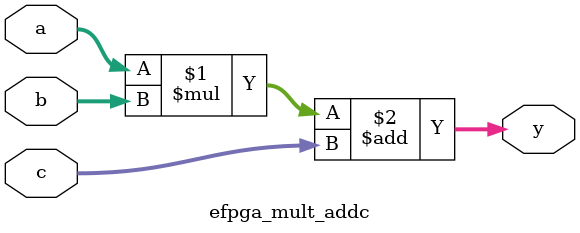
<source format=v>

`ifdef BLACKBOX_MACROS
(* blackbox *)
`else
`endif
(* extract_order=8 *)
module efpga_adder
  # (
     parameter INPUT_WIDTH = 18,
     parameter OUTPUT_WIDTH = 40
     )
   (
    input [(INPUT_WIDTH-1):0] 	a,
    input [(INPUT_WIDTH-1):0] 	b,
    output [(OUTPUT_WIDTH-1):0] y
    );

   /* verilator lint_off WIDTH */
   assign y = a + b;
   /* verilator lint_on WIDTH */

endmodule

`ifdef BLACKBOX_MACROS
(* blackbox *)
`else
`endif
(* extract_order=7 *)
module efpga_adder_regi
  # (
     parameter INPUT_WIDTH = 18,
     parameter OUTPUT_WIDTH = 40
     )
   (
    input 			clk,
    input 			resetn,
    input [(INPUT_WIDTH-1):0] 	a,
    input [(INPUT_WIDTH-1):0] 	b,
    output [(OUTPUT_WIDTH-1):0] y
    );

   reg [(INPUT_WIDTH-1):0] 	a_reg;
   reg [(INPUT_WIDTH-1):0] 	b_reg;

   always @(posedge clk or negedge resetn) begin
      if (~resetn) begin
	 a_reg <= 'h0;
	 b_reg <= 'h0;
      end
      else begin
	 a_reg <= a;
	 b_reg <= b;
      end
   end // always @ (posedge clk or negedge resetn)

   /* verilator lint_off WIDTH */
   assign y = a_reg + b_reg;
   /* verilator lint_on WIDTH */

endmodule

`ifdef BLACKBOX_MACROS
(* blackbox *)
`else
`endif
(* extract_order=7 *)
module efpga_adder_rego
  # (
     parameter INPUT_WIDTH = 18,
     parameter OUTPUT_WIDTH = 40
     )
   (
    input 			clk,
    input 			resetn,
    input [(INPUT_WIDTH-1):0] 	a,
    input [(INPUT_WIDTH-1):0] 	b,
    output reg [(OUTPUT_WIDTH-1):0] y
    );

   always @(posedge clk or negedge resetn) begin
      if (~resetn) begin
	 y <= 'h0;
      end
      else begin
	 /* verilator lint_off WIDTH */
	 y <= a + b;
	 /* verilator lint_on WIDTH */
      end
   end

endmodule

`ifdef BLACKBOX_MACROS
(* blackbox *)
`else
`endif
(* extract_order=6 *)
module efpga_adder_regio
  # (
     parameter INPUT_WIDTH = 18,
     parameter OUTPUT_WIDTH = 40
     )
   (
    input 			clk,
    input 			resetn,
    input [(INPUT_WIDTH-1):0] 	a,
    input [(INPUT_WIDTH-1):0] 	b,
    output reg [(OUTPUT_WIDTH-1):0] y
    );

   reg [(INPUT_WIDTH-1):0] 	a_reg;
   reg [(INPUT_WIDTH-1):0] 	b_reg;

   always @(posedge clk or negedge resetn) begin
      if (~resetn) begin
	 a_reg <= 'h0;
	 b_reg <= 'h0;
      end
      else begin
	 a_reg <= a;
	 b_reg <= b;
      end
   end // always @ (posedge clk or negedge resetn)

   always @(posedge clk or negedge resetn) begin
      if (~resetn) begin
	 y <= 'h0;
      end
      else begin
	 /* verilator lint_off WIDTH */
	 y <= a_reg + b_reg;
	 /* verilator lint_on WIDTH */
      end
   end

endmodule

`ifdef BLACKBOX_MACROS
(* blackbox *)
`else
`endif
(* extract_order=5 *)
module efpga_acc_regi
  # (
     parameter INPUT_WIDTH = 18,
     parameter OUTPUT_WIDTH = 40
     )
   (
    input 			clk,
    input 			resetn,
    input [(INPUT_WIDTH-1):0] 	a,
    output reg [(OUTPUT_WIDTH-1):0] y
    );

   reg [(INPUT_WIDTH-1):0] 	a_reg;

   always @(posedge clk or negedge resetn) begin
      if (~resetn) begin
	 a_reg <= 'h0;
      end
      else begin
	 a_reg <= a;
      end
   end // always @ (posedge clk or negedge resetn)

   always @(posedge clk or negedge resetn) begin
      if (~resetn) begin
	 y <= 'h0;
      end
      else begin
	 /* verilator lint_off WIDTH */
	 y <= y + a_reg;
	 /* verilator lint_on WIDTH */
      end
   end

endmodule

`ifdef BLACKBOX_MACROS
(* blackbox *)
`else
`endif
(* extract_order=5 *)
module efpga_acc
  # (
     parameter INPUT_WIDTH = 18,
     parameter OUTPUT_WIDTH = 40
     )
   (
    input 			    clk,
    input 			    resetn,
    input [(INPUT_WIDTH-1):0] 	    a,
    output reg [(OUTPUT_WIDTH-1):0] y
    );

   always @(posedge clk or negedge resetn) begin
      if (~resetn) begin
	 y <= 'h0;
      end
      else begin
	 /* verilator lint_off WIDTH */
	 y <= y + a;
	 /* verilator lint_on WIDTH */
      end
   end

endmodule

`ifdef BLACKBOX_MACROS
(* blackbox *)
`else
`endif
(* extract_order=5 *)
module efpga_mult
  # (
     parameter INPUT_WIDTH = 18,
     parameter OUTPUT_WIDTH = 36
     )
   (
    input [(INPUT_WIDTH-1):0] 	a,
    input [(INPUT_WIDTH-1):0] 	b,
    output [(OUTPUT_WIDTH-1):0] y
    );

   assign y = a * b;

endmodule

`ifdef BLACKBOX_MACROS
(* blackbox *)
`else
`endif
(* extract_order=4 *)
module efpga_mult_regi
  # (
     parameter INPUT_WIDTH = 18,
     parameter OUTPUT_WIDTH = 36
     )
   (
    input 			clk,
    input 			resetn,
    input [(INPUT_WIDTH-1):0] 	a,
    input [(INPUT_WIDTH-1):0] 	b,
    output [(OUTPUT_WIDTH-1):0] y
    );

   reg [(INPUT_WIDTH-1):0] 	a_reg;
   reg [(INPUT_WIDTH-1):0] 	b_reg;

   always @(posedge clk or negedge resetn) begin
      if (~resetn) begin
	 a_reg <= 'h0;
	 b_reg <= 'h0;
      end
      else begin
	 a_reg <= a;
	 b_reg <= b;
      end
   end // always @ (posedge clk or negedge resetn)

   assign y = a_reg * b_reg;

endmodule

`ifdef BLACKBOX_MACROS
(* blackbox *)
`else
`endif
(* extract_order=3 *)
module efpga_mult_rego
  # (
     parameter INPUT_WIDTH = 18,
     parameter OUTPUT_WIDTH = 36
     )
   (
    input 			clk,
    input 			resetn,
    input [(INPUT_WIDTH-1):0] 	a,
    input [(INPUT_WIDTH-1):0] 	b,
    output reg [(OUTPUT_WIDTH-1):0] y
    );

   always @(posedge clk or negedge resetn) begin
      if (~resetn) begin
	 y <= 'h0;
      end
      else begin
	 y <= a * b;
      end
   end

endmodule

`ifdef BLACKBOX_MACROS
(* blackbox *)
`else
`endif
(* extract_order=2 *)
module efpga_mult_regio
  # (
     parameter INPUT_WIDTH = 18,
     parameter OUTPUT_WIDTH = 36
     )
   (
    input 			clk,
    input 			resetn,
    input [(INPUT_WIDTH-1):0] 	a,
    input [(INPUT_WIDTH-1):0] 	b,
    output reg [(OUTPUT_WIDTH-1):0] y
    );

   reg [(INPUT_WIDTH-1):0] 	    a_reg;
   reg [(INPUT_WIDTH-1):0] 	    b_reg;

   always @(posedge clk or negedge resetn) begin
      if (~resetn) begin
	 a_reg <= 'h0;
	 b_reg <= 'h0;
      end
      else begin
	 a_reg <= a;
	 b_reg <= b;
      end
   end // always @ (posedge clk or negedge resetn)

   always @(posedge clk or negedge resetn) begin
      if (~resetn) begin
	 y <= 'h0;
      end
      else begin
	 y <= a_reg * b_reg;
      end
   end

endmodule

`ifdef BLACKBOX_MACROS
(* blackbox *)
`else
`endif
(* extract_order=1 *)
module efpga_macc_regi
  # (
     parameter INPUT_WIDTH = 18,
     parameter OUTPUT_WIDTH = 40
     )
   (
    input 			    clk,
    input 			    resetn,
    input [(INPUT_WIDTH-1):0] 	    a,
    input [(INPUT_WIDTH-1):0] 	    b,
    output reg [(OUTPUT_WIDTH-1):0] y
    );

   wire [(2*INPUT_WIDTH-1):0] 	    product;

   reg [(INPUT_WIDTH-1):0] 	    a_reg;
   reg [(INPUT_WIDTH-1):0] 	    b_reg;

   always @(posedge clk or negedge resetn) begin
      if (~resetn) begin
	 a_reg <= 'h0;
	 b_reg <= 'h0;
      end
      else begin
	 a_reg <= a;
	 b_reg <= b;
      end
   end // always @ (posedge clk or negedge resetn)

   assign product = a_reg * b_reg;

   always @(posedge clk or negedge resetn) begin
      if (~resetn) begin
	 y <= 'h0;
      end
      else begin
	 /* verilator lint_off WIDTH */
	 y <= y + product;
	 /* verilator lint_on WIDTH */
      end
   end

endmodule

`ifdef BLACKBOX_MACROS
(* blackbox *)
`else
`endif
(* extract_order=1 *)
module efpga_macc
  # (
     parameter INPUT_WIDTH = 18,
     parameter OUTPUT_WIDTH = 40
     )
   (
    input 			    clk,
    input 			    resetn,
    input [(INPUT_WIDTH-1):0] 	    a,
    input [(INPUT_WIDTH-1):0] 	    b,
    output reg [(OUTPUT_WIDTH-1):0] y
    );

   wire [(2*INPUT_WIDTH-1):0] 	    product;

   assign product = a * b;

   always @(posedge clk or negedge resetn) begin
      if (~resetn) begin
	 y <= 'h0;
      end
      else begin
	 /* verilator lint_off WIDTH */
	 y <= y + product;
	 /* verilator lint_on WIDTH */
      end
   end

endmodule

`ifdef BLACKBOX_MACROS
(* blackbox *)
`else
`endif
(* extract_order=0 *)
module efpga_macc_pipe_regi
  # (
     parameter INPUT_WIDTH = 18,
     parameter OUTPUT_WIDTH = 40
     )
   (
    input 			    clk,
    input 			    resetn,
    input [(INPUT_WIDTH-1):0] 	    a,
    input [(INPUT_WIDTH-1):0] 	    b,
    output reg [(OUTPUT_WIDTH-1):0] y
    );

   reg [(2*INPUT_WIDTH-1):0] 	    product;

   reg [(INPUT_WIDTH-1):0] 	    a_reg;
   reg [(INPUT_WIDTH-1):0] 	    b_reg;

   always @(posedge clk or negedge resetn) begin
      if (~resetn) begin
	 a_reg <= 'h0;
	 b_reg <= 'h0;
      end
      else begin
	 a_reg <= a;
	 b_reg <= b;
      end
   end // always @ (posedge clk or negedge resetn)

   always @(posedge clk or negedge resetn) begin
      if (~resetn) begin
	 product <= 'h0;
      end
      else begin
	 product <= a_reg * b_reg;
      end
   end

   always @(posedge clk or negedge resetn) begin
      if (~resetn) begin
	 y <= 'h0;
      end
      else begin
	 /* verilator lint_off WIDTH */
	 y <= y + product;
	 /* verilator lint_on WIDTH */
      end
   end

endmodule // macc_pipe_regi

`ifdef BLACKBOX_MACROS
(* blackbox *)
`else
`endif
(* extract_order=0 *)
module efpga_macc_pipe
  # (
     parameter INPUT_WIDTH = 18,
     parameter OUTPUT_WIDTH = 40
     )
   (
    input 			    clk,
    input 			    resetn,
    input [(INPUT_WIDTH-1):0] 	    a,
    input [(INPUT_WIDTH-1):0] 	    b,
    output reg [(OUTPUT_WIDTH-1):0] y
    );

   reg [(2*INPUT_WIDTH-1):0] 	    product;

   always @(posedge clk or negedge resetn) begin
      if (~resetn) begin
	 product <= 'h0;
      end
      else begin
	 product <= a * b;
      end
   end

   always @(posedge clk or negedge resetn) begin
      if (~resetn) begin
	 y <= 'h0;
      end
      else begin
	 /* verilator lint_off WIDTH */
	 y <= y + product;
	 /* verilator lint_on WIDTH */
      end
   end

endmodule // macc_pipe

`ifdef BLACKBOX_MACROS
(* blackbox *)
`else
`endif
(* extract_order=2 *)
module efpga_mult_addc_regio
  # (
     parameter INPUT_WIDTH = 18,
     parameter OUTPUT_WIDTH = 40,
     localparam C_WIDTH = OUTPUT_WIDTH
     )
   (
    input 			clk,
    input 			resetn,
    input [(INPUT_WIDTH-1):0] 	a,
    input [(INPUT_WIDTH-1):0] 	b,
    input [(C_WIDTH-1):0]   c,
    output reg [(OUTPUT_WIDTH-1):0] y
    );

   reg [(INPUT_WIDTH-1):0] 	    a_reg;
   reg [(INPUT_WIDTH-1):0] 	    b_reg;
   reg [(C_WIDTH-1):0] 	    c_reg;

   always @(posedge clk or negedge resetn) begin
      if (~resetn) begin
	 a_reg <= 'h0;
	 b_reg <= 'h0;
    c_reg <= 'h0;
      end
      else begin
	 a_reg <= a;
	 b_reg <= b;
    c_reg <= c;
      end
   end

   always @(posedge clk or negedge resetn) begin
      if (~resetn) begin
	 y <= 'h0;
      end
      else begin
	 y <= (a_reg * b_reg) + c_reg;
      end
   end

endmodule

`ifdef BLACKBOX_MACROS
(* blackbox *)
`else
`endif
(* extract_order=2 *)
module efpga_mult_addc_regi
  # (
     parameter INPUT_WIDTH = 18,
     parameter OUTPUT_WIDTH = 40,
     localparam C_WIDTH = OUTPUT_WIDTH
     )
   (
    input 			clk,
    input 			resetn,
    input [(INPUT_WIDTH-1):0] 	a,
    input [(INPUT_WIDTH-1):0] 	b,
    input [(C_WIDTH-1):0]   c,
    output [(OUTPUT_WIDTH-1):0] y
    );

   reg [(INPUT_WIDTH-1):0] 	a_reg;
   reg [(INPUT_WIDTH-1):0] 	b_reg;
   reg [(C_WIDTH-1):0] 	      c_reg;

   always @(posedge clk or negedge resetn) begin
      if (~resetn) begin
	 a_reg <= 'h0;
	 b_reg <= 'h0;
    c_reg <= 'h0;
      end
      else begin
	 a_reg <= a;
	 b_reg <= b;
    c_reg <= c;
      end
   end

   assign y = (a_reg * b_reg) + c_reg;

endmodule


`ifdef BLACKBOX_MACROS
(* blackbox *)
`else
`endif
(* extract_order=2 *)
module efpga_mult_addc_rego
  # (
     parameter INPUT_WIDTH = 18,
     parameter OUTPUT_WIDTH = 40,
     localparam C_WIDTH = OUTPUT_WIDTH
     )
   (
    input 			clk,
    input 			resetn,
    input [(INPUT_WIDTH-1):0] 	a,
    input [(INPUT_WIDTH-1):0] 	b,
    input [(C_WIDTH-1):0]        c,
    output reg [(OUTPUT_WIDTH-1):0] y
    );

   always @(posedge clk or negedge resetn) begin
      if (~resetn) begin
	 y <= 'h0;
      end
      else begin
	 y <= (a * b) + c;
      end
   end

endmodule

`ifdef BLACKBOX_MACROS
(* blackbox *)
`else
`endif
(* extract_order=2 *)
module efpga_mult_addc
  # (
     parameter INPUT_WIDTH = 18,
     parameter OUTPUT_WIDTH = 40,
     localparam C_WIDTH = OUTPUT_WIDTH
     )
   (
    input [(INPUT_WIDTH-1):0] 	a,
    input [(INPUT_WIDTH-1):0] 	b,
    input [C_WIDTH-1:0] 	c,
    output [(OUTPUT_WIDTH-1):0] y
    );

   assign y = a * b + c;

endmodule

</source>
